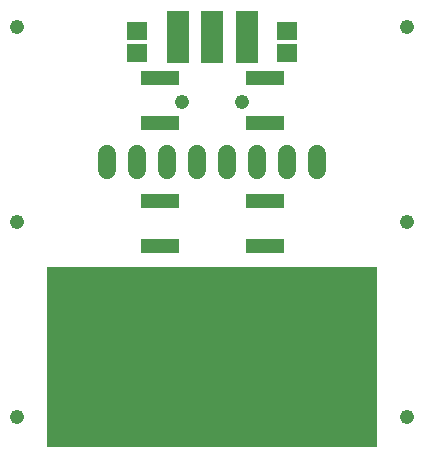
<source format=gts>
G75*
%MOIN*%
%OFA0B0*%
%FSLAX24Y24*%
%IPPOS*%
%LPD*%
%AMOC8*
5,1,8,0,0,1.08239X$1,22.5*
%
%ADD10R,1.1000X0.6000*%
%ADD11R,0.0780X0.1730*%
%ADD12R,0.1300X0.0474*%
%ADD13R,0.0710X0.0592*%
%ADD14C,0.0600*%
%ADD15C,0.0476*%
D10*
X007680Y003180D03*
D11*
X007680Y013847D03*
X008830Y013847D03*
X006530Y013847D03*
D12*
X005928Y012467D03*
X005928Y010967D03*
X005932Y008393D03*
X005928Y006893D03*
X009432Y006893D03*
X009432Y008393D03*
X009428Y010967D03*
X009432Y012467D03*
D13*
X010180Y013306D03*
X010180Y014054D03*
X005180Y014054D03*
X005180Y013306D03*
D14*
X005180Y009940D02*
X005180Y009420D01*
X004180Y009420D02*
X004180Y009940D01*
X006180Y009940D02*
X006180Y009420D01*
X007180Y009420D02*
X007180Y009940D01*
X008180Y009940D02*
X008180Y009420D01*
X009180Y009420D02*
X009180Y009940D01*
X010180Y009940D02*
X010180Y009420D01*
X011180Y009420D02*
X011180Y009940D01*
D15*
X001180Y001180D03*
X001180Y007680D03*
X006680Y011680D03*
X008680Y011680D03*
X014180Y014180D03*
X014180Y007680D03*
X014180Y001180D03*
X001180Y014180D03*
M02*

</source>
